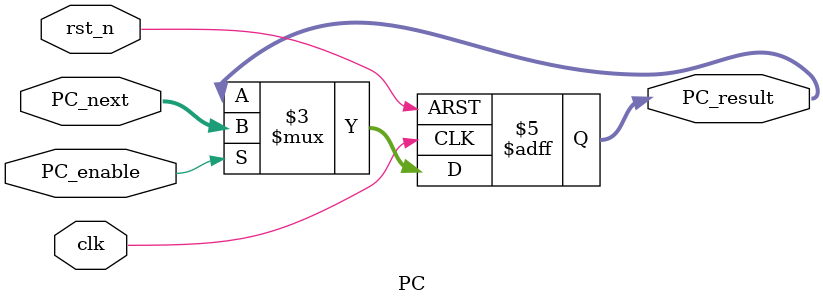
<source format=v>
`timescale 1ns / 1ps
module PC(
    input clk,rst_n,PC_enable,
	 input [15:0]PC_next,
	 output reg [15:0]PC_result
    );
	 always@(posedge clk or negedge rst_n)begin
	     if(!rst_n)PC_result <= 0;
		  else if(PC_enable)PC_result <= PC_next ;
    end

endmodule

</source>
